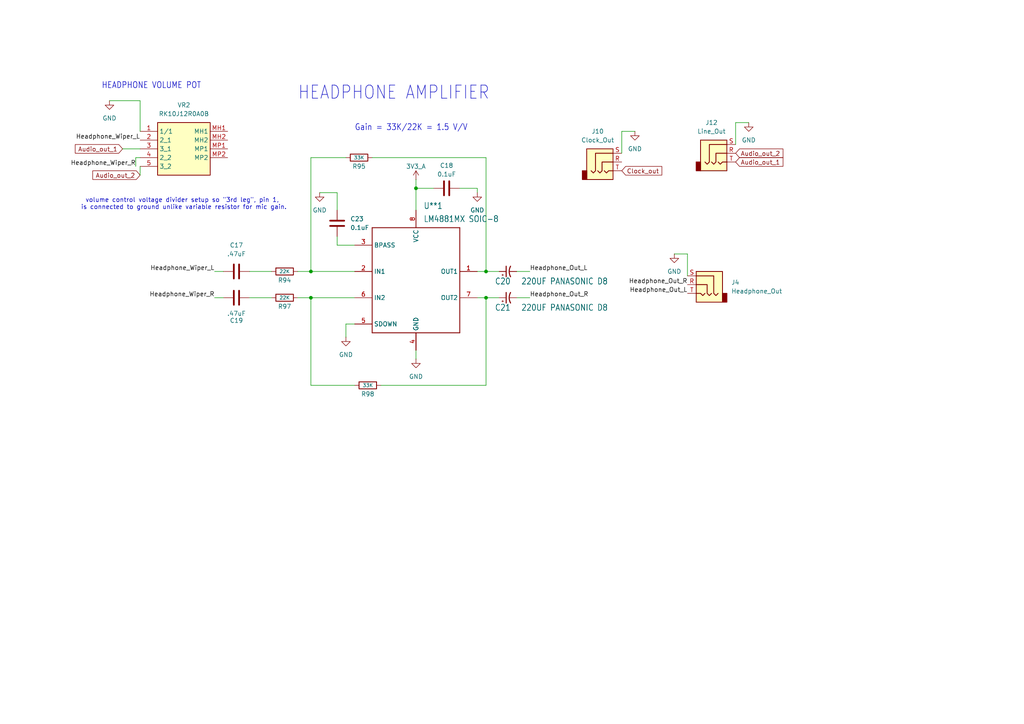
<source format=kicad_sch>
(kicad_sch (version 20231120) (generator "eeschema") (generator_version "8.0")
  (paper "A4")
  (lib_symbols
    (symbol "Connector_Audio:AudioJack3"
      (property "Reference" "J" (at 0 8.89 0))
      (property "Value" "AudioJack3" (at 0 6.35 0))
      (symbol "AudioJack3_0_1"
        (rectangle (start -5.08 -5.08) (end -6.35 -2.54) (stroke (width 0.254)) (fill (type outline)))
        (polyline (pts (xy 0 -2.54) (xy 0.635 -3.175) (xy 1.27 -2.54) (xy 2.54 -2.54)) (stroke (width 0.254)))
        (polyline (pts (xy -1.905 -2.54) (xy -1.27 -3.175) (xy -0.635 -2.54) (xy -0.635 0) (xy 2.54 0)) (stroke (width 0.254)))
        (polyline (pts (xy 2.54 2.54) (xy -2.54 2.54) (xy -2.54 -2.54) (xy -3.175 -3.175) (xy -3.81 -2.54)) (stroke (width 0.254)))
        (rectangle (start 2.54 3.81) (end -5.08 -5.08) (stroke (width 0.254)) (fill (type background)))
      )
      (symbol "AudioJack3_1_1"
        (pin passive line (at 5.08 0 180) (length 2.54) (name "~") (number "R"))
        (pin passive line (at 5.08 2.54 180) (length 2.54) (name "~") (number "S"))
        (pin passive line (at 5.08 -2.54 180) (length 2.54) (name "~") (number "T"))
      )
    )
    (symbol "Device:C" (pin_numbers hide) (pin_names (offset 0.254))
      (property "Reference" "C" (at 0.635 2.54 0))
      (property "Value" "C" (at 0.635 -2.54 0))
      (symbol "C_0_1"
        (polyline (pts (xy -2.032 -0.762) (xy 2.032 -0.762)) (stroke (width 0.508)))
        (polyline (pts (xy -2.032 0.762) (xy 2.032 0.762)) (stroke (width 0.508)))
      )
      (symbol "C_1_1"
        (pin passive line (at 0 3.81 270) (length 2.794) (name "~") (number "1"))
        (pin passive line (at 0 -3.81 90) (length 2.794) (name "~") (number "2"))
      )
    )
    (symbol "Device:C_Polarized_Small_US" (pin_numbers hide) (pin_names (offset 0.254) hide)
      (property "Reference" "C" (at 0.254 1.778 0))
      (property "Value" "C_Polarized_Small_US" (at 0.254 -2.032 0))
      (symbol "C_Polarized_Small_US_0_1"
        (polyline (pts (xy -1.524 0.508) (xy 1.524 0.508)) (stroke (width 0.3048)))
        (polyline (pts (xy -1.27 1.524) (xy -0.762 1.524)))
        (polyline (pts (xy -1.016 1.27) (xy -1.016 1.778)))
        (arc (start 1.524 -0.762) (mid 0 -0.3734) (end -1.524 -0.762) (stroke (width 0.3048)))
      )
      (symbol "C_Polarized_Small_US_1_1"
        (pin passive line (at 0 2.54 270) (length 2.032) (name "~") (number "1"))
        (pin passive line (at 0 -2.54 90) (length 2.032) (name "~") (number "2"))
      )
    )
    (symbol "Device:R" (pin_numbers hide) (pin_names (offset 0))
      (property "Reference" "R" (at 2.032 0 90))
      (property "Value" "R" (at 0 0 90))
      (symbol "R_0_1"
        (rectangle (start -1.016 -2.54) (end 1.016 2.54) (stroke (width 0.254)))
      )
      (symbol "R_1_1"
        (pin passive line (at 0 3.81 270) (length 1.27) (name "~") (number "1"))
        (pin passive line (at 0 -3.81 90) (length 1.27) (name "~") (number "2"))
      )
    )
    (symbol "daisy_seed:3V3_A" (power) (pin_numbers hide) (pin_names (offset 0) hide)
      (property "Value" "3V3_A" (at 0 3.81 0))
      (symbol "3V3_A_0_1"
        (polyline (pts (xy -0.762 1.27) (xy 0 2.54)))
        (polyline (pts (xy 0 0) (xy 0 2.54)))
        (polyline (pts (xy 0 2.54) (xy 0.762 1.27)))
      )
      (symbol "3V3_A_1_1"
        (pin power_in line (at 0 0 90) (length 0) (name "~") (number "1"))
      )
    )
    (symbol "power:GND" (power) (pin_numbers hide) (pin_names (offset 0) hide)
      (property "Value" "GND" (at 0 -3.81 0))
      (symbol "GND_0_1"
        (polyline (pts (xy 0 0) (xy 0 -1.27) (xy 1.27 -1.27) (xy 0 -2.54) (xy -1.27 -1.27) (xy 0 -1.27)))
      )
      (symbol "GND_1_1"
        (pin power_in line (at 0 0 270) (length 0) (name "~") (number "1"))
      )
    )
    (symbol "soundbook:LM4881MX/NOPB"
      (property "Reference" "U**" (at -12.7 15.494 0))
      (property "Value" "LM4881MX SOIC-8" (at 3.048 -17.78 0))
      (symbol "LM4881MX/NOPB_1_0"
        (polyline (pts (xy -12.7 -15.24) (xy -12.7 15.24)) (stroke (width 0.254)))
        (polyline (pts (xy -12.7 15.24) (xy 12.7 15.24)) (stroke (width 0.254)))
        (polyline (pts (xy 12.7 -15.24) (xy -12.7 -15.24)) (stroke (width 0.254)))
        (polyline (pts (xy 12.7 15.24) (xy 12.7 -15.24)) (stroke (width 0.254)))
        (pin bidirectional line (at 17.78 2.54 180) (length 5.08) (name "OUT1") (number "1"))
        (pin bidirectional line (at -17.78 2.54 0) (length 5.08) (name "IN1") (number "2"))
        (pin bidirectional line (at -17.78 10.16 0) (length 5.08) (name "BPASS") (number "3"))
        (pin bidirectional line (at 0 -20.32 90) (length 5.08) (name "GND") (number "4"))
        (pin bidirectional line (at -17.78 -12.7 0) (length 5.08) (name "SDOWN") (number "5"))
        (pin bidirectional line (at -17.78 -5.08 0) (length 5.08) (name "IN2") (number "6"))
        (pin bidirectional line (at 17.78 -5.08 180) (length 5.08) (name "OUT2") (number "7"))
        (pin bidirectional line (at 0 20.32 270) (length 5.08) (name "VCC") (number "8"))
        (pin bidirectional line (at 0 -20.32 90) (length 5.08) (name "GND") (number "9"))
      )
    )
    (symbol "thumbwheel:RK10J12R0A0B"
      (property "Reference" "VR" (at 21.59 7.62 0))
      (property "Value" "RK10J12R0A0B" (at 21.59 5.08 0))
      (symbol "RK10J12R0A0B_1_1"
        (rectangle (start 5.08 2.54) (end 20.32 -12.7) (stroke (width 0.254)) (fill (type background)))
        (pin passive line (at 0 0 0) (length 5.08) (name "1/1") (number "1"))
        (pin passive line (at 0 -2.54 0) (length 5.08) (name "2_1") (number "2"))
        (pin passive line (at 0 -5.08 0) (length 5.08) (name "3_1") (number "3"))
        (pin passive line (at 0 -7.62 0) (length 5.08) (name "2_2") (number "4"))
        (pin passive line (at 0 -10.16 0) (length 5.08) (name "3_2") (number "5"))
        (pin passive line (at 25.4 0 180) (length 5.08) (name "MH1") (number "MH1"))
        (pin passive line (at 25.4 -2.54 180) (length 5.08) (name "MH2") (number "MH2"))
        (pin passive line (at 25.4 -5.08 180) (length 5.08) (name "MP1") (number "MP1"))
        (pin passive line (at 25.4 -7.62 180) (length 5.08) (name "MP2") (number "MP2"))
      )
    )
  )
  (junction (at 120.65 54.61))
  (junction (at 140.97 78.74))
  (junction (at 140.97 86.36))
  (junction (at 90.17 86.36))
  (junction (at 90.17 78.74))
  (wire (pts (xy 138.43 54.61) (xy 138.43 55.88)) (stroke (width 0.1524)))
  (wire (pts (xy 90.17 78.74) (xy 102.87 78.74)) (stroke (width 0.1524)))
  (wire (pts (xy 40.64 38.1) (xy 40.64 29.21)))
  (wire (pts (xy 199.39 80.01) (xy 199.39 73.66)))
  (wire (pts (xy 138.43 86.36) (xy 140.97 86.36)) (stroke (width 0.1524)))
  (wire (pts (xy 140.97 86.36) (xy 144.78 86.36)) (stroke (width 0.1524)))
  (wire (pts (xy 62.23 78.74) (xy 64.77 78.74)) (stroke (width 0.1524)))
  (wire (pts (xy 64.77 86.36) (xy 62.23 86.36)) (stroke (width 0.1524)))
  (wire (pts (xy 149.86 78.74) (xy 153.67 78.74)) (stroke (width 0.1524)))
  (wire (pts (xy 90.17 78.74) (xy 90.17 45.72)) (stroke (width 0.1524)))
  (wire (pts (xy 100.33 93.98) (xy 102.87 93.98)))
  (wire (pts (xy 86.36 86.36) (xy 90.17 86.36)) (stroke (width 0.1524)))
  (wire (pts (xy 90.17 45.72) (xy 100.33 45.72)) (stroke (width 0.1524)))
  (wire (pts (xy 140.97 45.72) (xy 140.97 78.74)) (stroke (width 0.1524)))
  (wire (pts (xy 90.17 86.36) (xy 90.17 111.76)) (stroke (width 0.1524)))
  (wire (pts (xy 100.33 97.79) (xy 100.33 93.98)))
  (wire (pts (xy 97.79 71.12) (xy 97.79 68.58)) (stroke (width 0.1524)))
  (wire (pts (xy 110.49 111.76) (xy 140.97 111.76)) (stroke (width 0.1524)))
  (wire (pts (xy 213.36 35.56) (xy 217.17 35.56)))
  (wire (pts (xy 149.86 86.36) (xy 153.67 86.36)) (stroke (width 0.1524)))
  (wire (pts (xy 120.65 104.14) (xy 120.65 101.6)) (stroke (width 0.1524)))
  (wire (pts (xy 199.39 73.66) (xy 195.58 73.66)))
  (wire (pts (xy 97.79 55.88) (xy 92.71 55.88)) (stroke (width 0.1524)))
  (wire (pts (xy 107.95 45.72) (xy 140.97 45.72)) (stroke (width 0.1524)))
  (wire (pts (xy 102.87 71.12) (xy 97.79 71.12)) (stroke (width 0.1524)))
  (wire (pts (xy 97.79 55.88) (xy 97.79 60.96)))
  (wire (pts (xy 144.78 78.74) (xy 140.97 78.74)) (stroke (width 0.1524)))
  (wire (pts (xy 213.36 41.91) (xy 213.36 35.56)))
  (wire (pts (xy 120.65 54.61) (xy 120.65 52.07)) (stroke (width 0.1524)))
  (wire (pts (xy 120.65 54.61) (xy 125.73 54.61)) (stroke (width 0.1524)))
  (wire (pts (xy 72.39 78.74) (xy 78.74 78.74)) (stroke (width 0.1524)))
  (wire (pts (xy 35.56 43.18) (xy 40.64 43.18)))
  (wire (pts (xy 40.64 29.21) (xy 31.75 29.21)))
  (wire (pts (xy 40.64 50.8) (xy 40.64 48.26)))
  (wire (pts (xy 90.17 111.76) (xy 102.87 111.76)) (stroke (width 0.1524)))
  (wire (pts (xy 140.97 111.76) (xy 140.97 86.36)) (stroke (width 0.1524)))
  (wire (pts (xy 120.65 54.61) (xy 120.65 60.96)) (stroke (width 0.1524)))
  (wire (pts (xy 133.35 54.61) (xy 138.43 54.61)) (stroke (width 0.1524)))
  (wire (pts (xy 72.39 86.36) (xy 78.74 86.36)) (stroke (width 0.1524)))
  (wire (pts (xy 39.37 45.72) (xy 40.64 45.72)))
  (wire (pts (xy 180.34 44.45) (xy 180.34 38.1)))
  (wire (pts (xy 138.43 78.74) (xy 140.97 78.74)) (stroke (width 0.1524)))
  (wire (pts (xy 180.34 38.1) (xy 184.15 38.1)))
  (wire (pts (xy 39.37 48.26) (xy 39.37 45.72)))
  (wire (pts (xy 86.36 78.74) (xy 90.17 78.74)) (stroke (width 0.1524)))
  (wire (pts (xy 90.17 86.36) (xy 102.87 86.36)) (stroke (width 0.1524)))
  (text "HEADPHONE VOLUME POT" (at 29.464 25.908 0) (effects (font (size 1.778 1.5113)) (justify left bottom)))
  (text "volume control voltage divider setup so \"3rd leg\", pin 1, \nis connected to ground unlike variable resistor for mic gain." (at 53.34 59.182 0) (effects (font (size 1.27 1.27))))
  (text "Gain = 33K/22K = 1.5 V/V" (at 102.87 38.1 0) (effects (font (size 1.778 1.5113)) (justify left bottom)))
  (text "HEADPHONE AMPLIFIER" (at 86.36 29.21 0) (effects (font (size 3.81 3.2385)) (justify left bottom)))
  (label "Headphone_Out_R" (at 199.39 82.55 180))
  (label "Headphone_Wiper_R" (at 39.37 48.26 180))
  (label "Headphone_Out_R" (at 153.67 86.36 0))
  (label "Headphone_Out_L" (at 153.67 78.74 0))
  (label "Headphone_Wiper_R" (at 62.23 86.36 180))
  (label "Headphone_Out_L" (at 199.39 85.09 180))
  (label "Headphone_Wiper_L" (at 62.23 78.74 180))
  (label "Headphone_Wiper_L" (at 40.64 40.64 180))
  (global_label "Audio_out_2" (shape input) (at 213.36 44.45 0) (property "Intersheetrefs" "${INTERSHEET_REFS}" (effects (hide yes))))
  (global_label "Audio_out_1" (shape input) (at 35.56 43.18 180) (property "Intersheetrefs" "${INTERSHEET_REFS}" (effects (hide yes))))
  (global_label "Audio_out_2" (shape input) (at 40.64 50.8 180) (property "Intersheetrefs" "${INTERSHEET_REFS}" (effects (hide yes))))
  (global_label "Audio_out_1" (shape input) (at 213.36 46.99 0) (property "Intersheetrefs" "${INTERSHEET_REFS}" (effects (hide yes))))
  (global_label "Clock_out" (shape input) (at 180.34 49.53 0) (property "Intersheetrefs" "${INTERSHEET_REFS}" (effects (hide yes))))
  (symbol (lib_id "power:GND") (at 120.65 104.14 0) (unit 1)
    (property "Reference" "#PWR0132" (effects (hide yes)))
    (property "Value" "GND" (at 120.65 109.22 0))
    (property "Description" "Power symbol creates a global label with name \"GND\" , ground" (effects (hide yes)))
  )
  (symbol (lib_id "Device:R") (at 82.55 78.74 270) (unit 1)
    (property "Reference" "R94" (at 82.55 81.28 90))
    (property "Value" "22K" (at 82.55 78.74 90) (effects (font (size 1.016 1.016))))
    (property "Footprint" "Resistor_SMD:R_0603_1608Metric" (effects (hide yes)))
    (property "Description" "Resistor" (effects (hide yes)))
  )
  (symbol (lib_id "power:GND") (at 195.58 73.66 0) (mirror y) (unit 1)
    (property "Reference" "#PWR098" (effects (hide yes)))
    (property "Value" "GND" (at 195.58 78.74 0))
    (property "Description" "Power symbol creates a global label with name \"GND\" , ground" (effects (hide yes)))
  )
  (symbol (lib_id "Device:C_Polarized_Small_US") (at 147.32 86.36 90) (unit 1)
    (property "Reference" "C21" (at 143.51 90.17 90) (effects (font (size 1.778 1.5113)) (justify right top)))
    (property "Value" "220UF PANASONIC D8" (at 151.13 90.17 90) (effects (font (size 1.778 1.5113)) (justify right top)))
    (property "Footprint" "Capacitor_THT:CP_Radial_D5.0mm_P2.00mm" (effects (hide yes)))
    (property "Description" "Polarized capacitor, small US symbol" (effects (hide yes)))
  )
  (symbol (lib_id "Device:C") (at 129.54 54.61 270) (unit 1)
    (property "Reference" "C18" (at 129.54 48.006 90))
    (property "Value" "0.1uF" (at 129.54 50.546 90))
    (property "Footprint" "Capacitor_SMD:C_0402_1005Metric" (effects (hide yes)))
    (property "Description" "Unpolarized capacitor" (effects (hide yes)))
    (property "LCSC" "C1525" (effects (hide yes)))
  )
  (symbol (lib_id "Device:R") (at 106.68 111.76 270) (unit 1)
    (property "Reference" "R98" (at 106.68 114.3 90))
    (property "Value" "33K" (at 106.68 111.76 90) (effects (font (size 1.016 1.016))))
    (property "Footprint" "Resistor_SMD:R_0603_1608Metric" (effects (hide yes)))
    (property "Description" "Resistor" (effects (hide yes)))
  )
  (symbol (lib_id "power:GND") (at 184.15 38.1 0) (unit 1)
    (property "Reference" "#PWR089" (effects (hide yes)))
    (property "Value" "GND" (at 184.15 43.18 0))
    (property "Description" "Power symbol creates a global label with name \"GND\" , ground" (effects (hide yes)))
  )
  (symbol (lib_id "Device:R") (at 82.55 86.36 270) (unit 1)
    (property "Reference" "R97" (at 82.55 88.9 90))
    (property "Value" "22K" (at 82.55 86.36 90) (effects (font (size 1.016 1.016))))
    (property "Footprint" "Resistor_SMD:R_0603_1608Metric" (effects (hide yes)))
    (property "Description" "Resistor" (effects (hide yes)))
  )
  (symbol (lib_id "thumbwheel:RK10J12R0A0B") (at 40.64 38.1 0) (unit 1)
    (property "Reference" "VR2" (at 53.34 30.48 0))
    (property "Value" "RK10J12R0A0B" (at 53.34 33.02 0))
    (property "Footprint" "footprints:RK10J12R0A0B" (effects (hide yes)))
    (property "Datasheet" "https://www.alps.com/prod/info/E/HTML/Potentiometer/RotaryPotentiometers/RKJ1/RK10J12R0A0B.html" (effects (hide yes)))
    (property "Description" "Potentiometers Dual Unit 10mm,15A Surface mnt" (effects (hide yes)))
    (property "Height" "2.5" (effects (hide yes)))
    (property "Mouser Part Number" "688-RK10J12R0A0B" (effects (hide yes)))
    (property "Mouser Price/Stock" "https://www.mouser.co.uk/ProductDetail/Alps-Alpine/RK10J12R0A0B?qs=nR5Mw3RKkX4o8TMzstLlKA%3D%3D" (effects (hide yes)))
    (property "Manufacturer_Name" "ALPS Electric" (effects (hide yes)))
    (property "Manufacturer_Part_Number" "RK10J12R0A0B" (effects (hide yes)))
  )
  (symbol (lib_id "power:GND") (at 217.17 35.56 0) (unit 1)
    (property "Reference" "#PWR090" (effects (hide yes)))
    (property "Value" "GND" (at 217.17 40.64 0))
    (property "Description" "Power symbol creates a global label with name \"GND\" , ground" (effects (hide yes)))
  )
  (symbol (lib_id "soundbook:LM4881MX/NOPB") (at 120.65 81.28 0) (unit 1)
    (property "Reference" "U**1" (at 122.8441 59.69 0) (effects (font (size 1.778 1.5113)) (justify left)))
    (property "Value" "LM4881MX SOIC-8" (at 122.8441 63.5 0) (effects (font (size 1.778 1.5113)) (justify left)))
    (property "Footprint" "Package_SO:SOIC-8_3.9x4.9mm_P1.27mm" (effects (hide yes)))
  )
  (symbol (lib_id "power:GND") (at 100.33 97.79 0) (unit 1)
    (property "Reference" "#PWR0133" (effects (hide yes)))
    (property "Value" "GND" (at 100.33 102.87 0))
    (property "Description" "Power symbol creates a global label with name \"GND\" , ground" (effects (hide yes)))
  )
  (symbol (lib_id "Device:R") (at 104.14 45.72 270) (unit 1)
    (property "Reference" "R95" (at 104.14 48.26 90))
    (property "Value" "33K" (at 104.14 45.72 90) (effects (font (size 1.016 1.016))))
    (property "Footprint" "Resistor_SMD:R_0603_1608Metric" (effects (hide yes)))
    (property "Description" "Resistor" (effects (hide yes)))
  )
  (symbol (lib_id "Connector_Audio:AudioJack3") (at 204.47 82.55 0) (mirror y) (unit 1)
    (property "Reference" "J4" (at 212.09 81.9149 0) (effects (justify right)))
    (property "Value" "Headphone_Out" (at 212.09 84.4549 0) (effects (justify right)))
    (property "Footprint" "footprints:CUI_SJ1-3553NG" (effects (hide yes)))
    (property "Description" "Audio Jack, 3 Poles (Stereo / TRS)" (effects (hide yes)))
  )
  (symbol (lib_id "Device:C_Polarized_Small_US") (at 147.32 78.74 90) (unit 1)
    (property "Reference" "C20" (at 143.51 82.55 90) (effects (font (size 1.778 1.5113)) (justify right top)))
    (property "Value" "220UF PANASONIC D8" (at 151.13 82.55 90) (effects (font (size 1.778 1.5113)) (justify right top)))
    (property "Footprint" "Capacitor_THT:CP_Radial_D5.0mm_P2.00mm" (effects (hide yes)))
    (property "Description" "Polarized capacitor, small US symbol" (effects (hide yes)))
  )
  (symbol (lib_id "power:GND") (at 92.71 55.88 0) (unit 1)
    (property "Reference" "#PWR0131" (effects (hide yes)))
    (property "Value" "GND" (at 92.71 60.96 0))
    (property "Description" "Power symbol creates a global label with name \"GND\" , ground" (effects (hide yes)))
  )
  (symbol (lib_id "power:GND") (at 138.43 55.88 0) (unit 1)
    (property "Reference" "#PWR0134" (effects (hide yes)))
    (property "Value" "GND" (at 138.43 60.96 0))
    (property "Description" "Power symbol creates a global label with name \"GND\" , ground" (effects (hide yes)))
  )
  (symbol (lib_id "Connector_Audio:AudioJack3") (at 208.28 44.45 0) (unit 1)
    (property "Reference" "J12" (at 206.375 35.56 0))
    (property "Value" "Line_Out" (at 206.375 38.1 0))
    (property "Footprint" "footprints:CUI_SJ1-3553NG" (effects (hide yes)))
    (property "Description" "Audio Jack, 3 Poles (Stereo / TRS)" (effects (hide yes)))
  )
  (symbol (lib_id "Device:C") (at 68.58 78.74 270) (unit 1)
    (property "Reference" "C17" (at 68.58 71.12 90))
    (property "Value" ".47uF" (at 68.58 73.66 90))
    (property "Footprint" "Capacitor_SMD:C_0603_1608Metric" (effects (hide yes)))
    (property "Description" "Unpolarized capacitor" (effects (hide yes)))
    (property "LCSC" "C1623" (effects (hide yes)))
  )
  (symbol (lib_id "power:GND") (at 31.75 29.21 0) (unit 1)
    (property "Reference" "#PWR0130" (effects (hide yes)))
    (property "Value" "GND" (at 31.75 34.29 0))
    (property "Description" "Power symbol creates a global label with name \"GND\" , ground" (effects (hide yes)))
  )
  (symbol (lib_id "Connector_Audio:AudioJack3") (at 175.26 46.99 0) (unit 1)
    (property "Reference" "J10" (at 173.355 38.1 0))
    (property "Value" "Clock_Out" (at 173.355 40.64 0))
    (property "Footprint" "footprints:CUI_SJ1-3553NG" (effects (hide yes)))
    (property "Description" "Audio Jack, 3 Poles (Stereo / TRS)" (effects (hide yes)))
  )
  (symbol (lib_id "Device:C") (at 97.79 64.77 180) (unit 1)
    (property "Reference" "C23" (at 101.6 63.4999 0) (effects (justify right)))
    (property "Value" "0.1uF" (at 101.6 66.0399 0) (effects (justify right)))
    (property "Footprint" "Capacitor_SMD:C_0402_1005Metric" (effects (hide yes)))
    (property "Description" "Unpolarized capacitor" (effects (hide yes)))
    (property "LCSC" "C1525" (effects (hide yes)))
  )
  (symbol (lib_id "daisy_seed:3V3_A") (at 120.65 52.07 0) (unit 1)
    (property "Reference" "#PWR0135" (effects (hide yes)))
    (property "Value" "3V3_A" (at 120.65 48.26 0))
    (property "Description" "Power symbol creates a global label with name \"3V3_A\" (I hope)" (effects (hide yes)))
  )
  (symbol (lib_id "Device:C") (at 68.58 86.36 270) (unit 1)
    (property "Reference" "C19" (at 68.58 92.964 90))
    (property "Value" ".47uF" (at 68.58 90.932 90))
    (property "Footprint" "Capacitor_SMD:C_0603_1608Metric" (effects (hide yes)))
    (property "Description" "Unpolarized capacitor" (effects (hide yes)))
    (property "LCSC" "C1623" (effects (hide yes)))
  )
)
</source>
